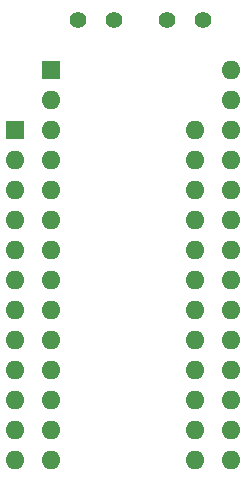
<source format=gbr>
%TF.GenerationSoftware,KiCad,Pcbnew,7.0.6*%
%TF.CreationDate,2023-08-02T13:53:42+10:00*%
%TF.ProjectId,c64 rom,63363420-726f-46d2-9e6b-696361645f70,rev?*%
%TF.SameCoordinates,Original*%
%TF.FileFunction,Soldermask,Top*%
%TF.FilePolarity,Negative*%
%FSLAX46Y46*%
G04 Gerber Fmt 4.6, Leading zero omitted, Abs format (unit mm)*
G04 Created by KiCad (PCBNEW 7.0.6) date 2023-08-02 13:53:42*
%MOMM*%
%LPD*%
G01*
G04 APERTURE LIST*
%ADD10C,1.400000*%
%ADD11R,1.600000X1.600000*%
%ADD12O,1.600000X1.600000*%
G04 APERTURE END LIST*
D10*
%TO.C,A14*%
X88338700Y-37243000D03*
%TD*%
%TO.C,A13*%
X85291600Y-37233900D03*
%TD*%
%TO.C,GND1*%
X80772700Y-37233900D03*
%TD*%
D11*
%TO.C,S1*%
X72419600Y-46577800D03*
D12*
X72419600Y-49117800D03*
X72419600Y-51657800D03*
X72419600Y-54197800D03*
X72419600Y-56737800D03*
X72419600Y-59277800D03*
X72419600Y-61817800D03*
X72419600Y-64357800D03*
X72419600Y-66897800D03*
X72419600Y-69437800D03*
X72419600Y-71977800D03*
X72419600Y-74517800D03*
X87659600Y-74517800D03*
X87659600Y-71977800D03*
X87659600Y-69437800D03*
X87659600Y-66897800D03*
X87659600Y-64357800D03*
X87659600Y-61817800D03*
X87659600Y-59277800D03*
X87659600Y-56737800D03*
X87659600Y-54197800D03*
X87659600Y-51657800D03*
X87659600Y-49117800D03*
X87659600Y-46577800D03*
%TD*%
D10*
%TO.C,VCC1*%
X77741300Y-37233900D03*
%TD*%
D11*
%TO.C,U1*%
X75415900Y-41496900D03*
D12*
X75415900Y-44036900D03*
X75415900Y-46576900D03*
X75415900Y-49116900D03*
X75415900Y-51656900D03*
X75415900Y-54196900D03*
X75415900Y-56736900D03*
X75415900Y-59276900D03*
X75415900Y-61816900D03*
X75415900Y-64356900D03*
X75415900Y-66896900D03*
X75415900Y-69436900D03*
X75415900Y-71976900D03*
X75415900Y-74516900D03*
X90655900Y-74516900D03*
X90655900Y-71976900D03*
X90655900Y-69436900D03*
X90655900Y-66896900D03*
X90655900Y-64356900D03*
X90655900Y-61816900D03*
X90655900Y-59276900D03*
X90655900Y-56736900D03*
X90655900Y-54196900D03*
X90655900Y-51656900D03*
X90655900Y-49116900D03*
X90655900Y-46576900D03*
X90655900Y-44036900D03*
X90655900Y-41496900D03*
%TD*%
M02*

</source>
